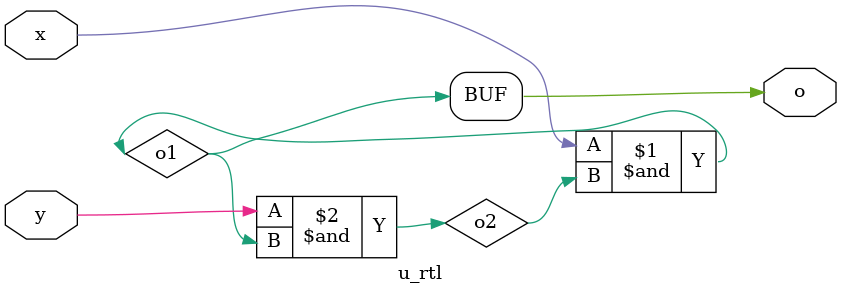
<source format=v>
module top
(
 input x,
 input y,
 input cin,

 output reg A,
 output cout
 );
 parameter X = 1;
 wire o_mid,o_rtl;

always @(posedge cin)
	A <= o_mid;

middle u_mid (.x(x),.y(o_rtl),.o(o_mid));
u_rtl inst_u_rtl (.x(o_mid),.y(y),.o(o_rtl));

endmodule

module middle
(
	input x,
	input y,
	output o
);

wire o1,o2;

assign o1 = x & o2;
assign o2 = y & o1;
assign o = o1;
endmodule

module u_rtl
(
	input x,
	input y,
	output o
);


wire o1,o2;

assign o1 = x & o2;
assign o2 = y & o1;
assign o = o1;
endmodule

</source>
